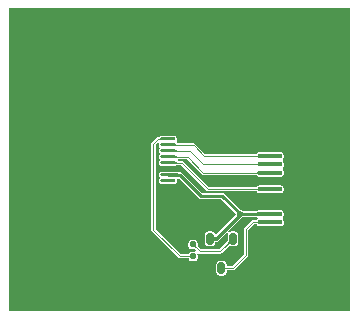
<source format=gtl>
G04*
G04 #@! TF.GenerationSoftware,Altium Limited,Altium Designer,20.0.13 (296)*
G04*
G04 Layer_Physical_Order=1*
G04 Layer_Color=255*
%FSLAX44Y44*%
%MOMM*%
G71*
G01*
G75*
%ADD10C,0.2540*%
G04:AMPARAMS|DCode=13|XSize=0.4mm|YSize=2.032mm|CornerRadius=0.1mm|HoleSize=0mm|Usage=FLASHONLY|Rotation=90.000|XOffset=0mm|YOffset=0mm|HoleType=Round|Shape=RoundedRectangle|*
%AMROUNDEDRECTD13*
21,1,0.4000,1.8320,0,0,90.0*
21,1,0.2000,2.0320,0,0,90.0*
1,1,0.2000,0.9160,0.1000*
1,1,0.2000,0.9160,-0.1000*
1,1,0.2000,-0.9160,-0.1000*
1,1,0.2000,-0.9160,0.1000*
%
%ADD13ROUNDEDRECTD13*%
G04:AMPARAMS|DCode=14|XSize=0.508mm|YSize=0.508mm|CornerRadius=0.127mm|HoleSize=0mm|Usage=FLASHONLY|Rotation=180.000|XOffset=0mm|YOffset=0mm|HoleType=Round|Shape=RoundedRectangle|*
%AMROUNDEDRECTD14*
21,1,0.5080,0.2540,0,0,180.0*
21,1,0.2540,0.5080,0,0,180.0*
1,1,0.2540,-0.1270,0.1270*
1,1,0.2540,0.1270,0.1270*
1,1,0.2540,0.1270,-0.1270*
1,1,0.2540,-0.1270,-0.1270*
%
%ADD14ROUNDEDRECTD14*%
G04:AMPARAMS|DCode=15|XSize=0.6mm|YSize=1mm|CornerRadius=0.15mm|HoleSize=0mm|Usage=FLASHONLY|Rotation=0.000|XOffset=0mm|YOffset=0mm|HoleType=Round|Shape=RoundedRectangle|*
%AMROUNDEDRECTD15*
21,1,0.6000,0.7000,0,0,0.0*
21,1,0.3000,1.0000,0,0,0.0*
1,1,0.3000,0.1500,-0.3500*
1,1,0.3000,-0.1500,-0.3500*
1,1,0.3000,-0.1500,0.3500*
1,1,0.3000,0.1500,0.3500*
%
%ADD15ROUNDEDRECTD15*%
G04:AMPARAMS|DCode=16|XSize=2.1844mm|YSize=1.8288mm|CornerRadius=0.4572mm|HoleSize=0mm|Usage=FLASHONLY|Rotation=0.000|XOffset=0mm|YOffset=0mm|HoleType=Round|Shape=RoundedRectangle|*
%AMROUNDEDRECTD16*
21,1,2.1844,0.9144,0,0,0.0*
21,1,1.2700,1.8288,0,0,0.0*
1,1,0.9144,0.6350,-0.4572*
1,1,0.9144,-0.6350,-0.4572*
1,1,0.9144,-0.6350,0.4572*
1,1,0.9144,0.6350,0.4572*
%
%ADD16ROUNDEDRECTD16*%
G04:AMPARAMS|DCode=17|XSize=1.27mm|YSize=0.254mm|CornerRadius=0.0635mm|HoleSize=0mm|Usage=FLASHONLY|Rotation=180.000|XOffset=0mm|YOffset=0mm|HoleType=Round|Shape=RoundedRectangle|*
%AMROUNDEDRECTD17*
21,1,1.2700,0.1270,0,0,180.0*
21,1,1.1430,0.2540,0,0,180.0*
1,1,0.1270,-0.5715,0.0635*
1,1,0.1270,0.5715,0.0635*
1,1,0.1270,0.5715,-0.0635*
1,1,0.1270,-0.5715,-0.0635*
%
%ADD17ROUNDEDRECTD17*%
%ADD23C,0.1016*%
G36*
X291288Y2590D02*
X2590D01*
Y259792D01*
X291288D01*
Y2590D01*
D02*
G37*
%LPC*%
G36*
X143383Y150887D02*
X131953D01*
X131210Y150739D01*
X130746Y150429D01*
X130644Y150401D01*
X130606Y150336D01*
X130580Y150318D01*
X130576Y150312D01*
X130513Y150286D01*
X130477Y150201D01*
X130425Y150196D01*
X130253Y150192D01*
X130095Y150123D01*
X129006D01*
X128312Y149985D01*
X127724Y149592D01*
X123940Y145808D01*
X123547Y145220D01*
X123409Y144526D01*
Y71882D01*
X123547Y71188D01*
X123940Y70600D01*
X146546Y47994D01*
X147134Y47601D01*
X147828Y47463D01*
X154998D01*
X155087Y47015D01*
X155649Y46175D01*
X156489Y45613D01*
X157480Y45416D01*
X160020D01*
X161011Y45613D01*
X161851Y46175D01*
X162413Y47015D01*
X162610Y48006D01*
Y50546D01*
X162443Y51383D01*
X162503Y51449D01*
X163564Y52058D01*
X164152Y51665D01*
X164846Y51527D01*
X181698D01*
X182392Y51665D01*
X182980Y52058D01*
X189221Y58299D01*
X189799Y57913D01*
X190880Y57698D01*
X193880D01*
X194961Y57913D01*
X195877Y58525D01*
X196489Y59441D01*
X196704Y60522D01*
Y67522D01*
X196489Y68603D01*
X195877Y69519D01*
X194961Y70131D01*
X193880Y70346D01*
X190880D01*
X189799Y70131D01*
X189488Y69923D01*
X189307Y69802D01*
X188497Y70789D01*
X198599Y80890D01*
X198721Y80936D01*
X199050Y81242D01*
X199349Y81482D01*
X199655Y81690D01*
X199970Y81868D01*
X200292Y82018D01*
X200627Y82141D01*
X200975Y82236D01*
X201339Y82306D01*
X201720Y82348D01*
X202169Y82364D01*
X202288Y82418D01*
X211245D01*
X211372Y82364D01*
X211764Y82357D01*
X212092Y82341D01*
X212717Y82274D01*
X212953Y82231D01*
X213173Y82179D01*
X213220Y82164D01*
X213459Y81612D01*
X213516Y81323D01*
X213516Y81282D01*
X213450Y80875D01*
X213416Y80768D01*
X213231Y80645D01*
X212730Y79894D01*
X212719Y79842D01*
X212673Y79821D01*
X209580D01*
X208886Y79683D01*
X208298Y79290D01*
X202426Y73418D01*
X202033Y72830D01*
X201895Y72136D01*
Y51297D01*
X191513Y40915D01*
X187204D01*
Y42602D01*
X186989Y43683D01*
X186377Y44599D01*
X185461Y45211D01*
X184380Y45426D01*
X181380D01*
X180299Y45211D01*
X179383Y44599D01*
X178771Y43683D01*
X178556Y42602D01*
Y35602D01*
X178771Y34521D01*
X179383Y33605D01*
X180299Y32993D01*
X181380Y32778D01*
X184380D01*
X185461Y32993D01*
X186377Y33605D01*
X186989Y34521D01*
X187204Y35602D01*
Y37289D01*
X192264D01*
X192958Y37427D01*
X193546Y37820D01*
X204990Y49264D01*
X205383Y49852D01*
X205521Y50546D01*
Y71385D01*
X210331Y76195D01*
X212673D01*
X212719Y76174D01*
X212730Y76122D01*
X213231Y75371D01*
X213982Y74870D01*
X214868Y74693D01*
X233188D01*
X234074Y74870D01*
X234825Y75371D01*
X235326Y76122D01*
X235502Y77008D01*
Y79008D01*
X235326Y79894D01*
X234825Y80645D01*
X234619Y80782D01*
Y82234D01*
X234825Y82371D01*
X235326Y83122D01*
X235502Y84008D01*
Y86008D01*
X235326Y86894D01*
X234825Y87645D01*
X234074Y88146D01*
X233188Y88322D01*
X214868D01*
X214569Y88263D01*
X214490Y88296D01*
X214263Y88202D01*
X213982Y88146D01*
X213951Y88126D01*
X213784Y88101D01*
X213634Y88011D01*
X213513Y87953D01*
X213359Y87894D01*
X213173Y87837D01*
X212953Y87785D01*
X212731Y87745D01*
X211738Y87658D01*
X211372Y87653D01*
X211245Y87598D01*
X202288D01*
X202169Y87652D01*
X201720Y87668D01*
X201339Y87710D01*
X200975Y87780D01*
X200627Y87876D01*
X200292Y87998D01*
X199970Y88148D01*
X199655Y88326D01*
X199349Y88534D01*
X199050Y88774D01*
X198721Y89080D01*
X198599Y89126D01*
X185563Y102161D01*
X184723Y102723D01*
X183732Y102920D01*
X166681D01*
X149459Y120141D01*
X148619Y120702D01*
X147628Y120900D01*
X146107D01*
X145976Y120955D01*
X143532Y120967D01*
X143471Y120969D01*
X143430Y120954D01*
X143383Y120974D01*
X143204Y120900D01*
X137668D01*
X137605Y120887D01*
X131953D01*
X131210Y120739D01*
X130580Y120318D01*
X130159Y119688D01*
X130011Y118945D01*
Y117675D01*
X130159Y116932D01*
X130580Y116301D01*
Y115318D01*
X130159Y114688D01*
X130011Y113945D01*
Y112675D01*
X130159Y111932D01*
X130580Y111301D01*
X131210Y110880D01*
X131953Y110733D01*
X143383D01*
X144126Y110880D01*
X144756Y111301D01*
X145177Y111932D01*
X145325Y112675D01*
Y113945D01*
X146161Y115119D01*
X146900Y115254D01*
X147060Y115216D01*
X163777Y98499D01*
X164617Y97937D01*
X165608Y97740D01*
X182659D01*
X194399Y86000D01*
X194440Y85885D01*
X194707Y85588D01*
X194852Y85380D01*
X194934Y85218D01*
X194969Y85099D01*
X194978Y85008D01*
X194969Y84917D01*
X194934Y84798D01*
X194852Y84636D01*
X194707Y84428D01*
X194440Y84132D01*
X194399Y84016D01*
X178818Y68434D01*
X178208Y68512D01*
X177369Y68782D01*
X176877Y69519D01*
X175961Y70131D01*
X174880Y70346D01*
X171880D01*
X170799Y70131D01*
X169883Y69519D01*
X169271Y68603D01*
X169056Y67522D01*
Y60522D01*
X169271Y59441D01*
X169883Y58525D01*
X170799Y57913D01*
X171880Y57698D01*
X174880D01*
X175961Y57913D01*
X176877Y58525D01*
X177489Y59441D01*
X177704Y60522D01*
Y61366D01*
X177806Y61374D01*
X178086Y61377D01*
X178339Y61486D01*
X179059Y61629D01*
X179899Y62191D01*
X187613Y69905D01*
X188600Y69095D01*
X188479Y68914D01*
X188271Y68603D01*
X188056Y67522D01*
Y62504D01*
X188048Y62491D01*
X188045Y62463D01*
X188038Y62444D01*
X188038Y62435D01*
X188029Y62417D01*
X187999Y62365D01*
X187963Y62311D01*
X187785Y62094D01*
X187670Y61974D01*
X187669Y61972D01*
X187667Y61971D01*
X187605Y61811D01*
X180947Y55153D01*
X165597D01*
X162965Y57785D01*
X162901Y57947D01*
X162734Y58120D01*
X162618Y58251D01*
X162610Y58262D01*
Y58295D01*
X162628Y58339D01*
X162610Y58383D01*
Y58538D01*
X162612Y58548D01*
X162610Y58551D01*
Y60706D01*
X162413Y61697D01*
X161851Y62537D01*
X161011Y63099D01*
X160020Y63296D01*
X157480D01*
X156489Y63099D01*
X155649Y62537D01*
X155087Y61697D01*
X154890Y60706D01*
Y58166D01*
X155087Y57175D01*
X155649Y56335D01*
X156489Y55773D01*
X157480Y55576D01*
X159635D01*
X159638Y55574D01*
X159648Y55576D01*
X159803D01*
X159847Y55558D01*
X159891Y55576D01*
X159916D01*
X160079Y55440D01*
X160239Y55285D01*
X160401Y55221D01*
X161124Y54499D01*
X161085Y54219D01*
X160020Y53136D01*
X157480D01*
X156489Y52939D01*
X155649Y52377D01*
X155087Y51537D01*
X154998Y51089D01*
X148579D01*
X127035Y72633D01*
Y143775D01*
X128669Y145409D01*
X129847Y145364D01*
X129858Y145349D01*
X130127Y144765D01*
X130159Y144688D01*
X130011Y143945D01*
Y142675D01*
X130159Y141931D01*
X130580Y141301D01*
Y140318D01*
X130159Y139688D01*
X130011Y138945D01*
Y137675D01*
X130159Y136932D01*
X130580Y136301D01*
Y135318D01*
X130159Y134688D01*
X130011Y133945D01*
Y132675D01*
X130159Y131932D01*
X130580Y131301D01*
Y130318D01*
X130159Y129688D01*
X130011Y128945D01*
Y127675D01*
X130159Y126932D01*
X130580Y126301D01*
X131210Y125880D01*
X131953Y125732D01*
X143383D01*
X144126Y125880D01*
X144590Y126190D01*
X144692Y126218D01*
X144730Y126284D01*
X144756Y126301D01*
X144760Y126307D01*
X144823Y126334D01*
X144859Y126418D01*
X144911Y126424D01*
X145083Y126427D01*
X145241Y126497D01*
X148561D01*
X170332Y104726D01*
X170920Y104333D01*
X171614Y104195D01*
X212673D01*
X212719Y104174D01*
X212730Y104122D01*
X213231Y103371D01*
X213982Y102870D01*
X214868Y102694D01*
X233188D01*
X234074Y102870D01*
X234825Y103371D01*
X235326Y104122D01*
X235502Y105008D01*
Y107008D01*
X235326Y107894D01*
X234825Y108645D01*
X234074Y109146D01*
X233188Y109323D01*
X214868D01*
X213982Y109146D01*
X213231Y108645D01*
X212730Y107894D01*
X212719Y107842D01*
X212673Y107821D01*
X172365D01*
X150594Y129592D01*
X150006Y129985D01*
X149312Y130123D01*
X146538D01*
X146164Y131119D01*
X146460Y131497D01*
X153467D01*
X166238Y118726D01*
X166826Y118333D01*
X167520Y118195D01*
X212673D01*
X212719Y118174D01*
X212730Y118122D01*
X213231Y117371D01*
X213982Y116870D01*
X214868Y116693D01*
X233188D01*
X234074Y116870D01*
X234825Y117371D01*
X235326Y118122D01*
X235502Y119008D01*
Y121008D01*
X235326Y121894D01*
X234825Y122645D01*
X234619Y122782D01*
Y124234D01*
X234825Y124371D01*
X235326Y125122D01*
X235502Y126008D01*
Y128008D01*
X235326Y128894D01*
X234825Y129645D01*
X234619Y129782D01*
Y131234D01*
X234825Y131371D01*
X235326Y132122D01*
X235502Y133008D01*
Y135008D01*
X235326Y135894D01*
X234825Y136645D01*
X234074Y137146D01*
X233188Y137323D01*
X214868D01*
X213982Y137146D01*
X213231Y136645D01*
X212730Y135894D01*
X212719Y135842D01*
X212673Y135821D01*
X169257D01*
X160486Y144592D01*
X159898Y144985D01*
X159204Y145123D01*
X145363D01*
X144890Y146247D01*
X144982Y146639D01*
X145177Y146931D01*
X145325Y147675D01*
Y148945D01*
X145177Y149688D01*
X144756Y150318D01*
X144126Y150739D01*
X143383Y150887D01*
D02*
G37*
%LPD*%
G36*
X131485Y147305D02*
X131473Y147400D01*
X131437Y147484D01*
X131376Y147559D01*
X131292Y147623D01*
X131184Y147678D01*
X131052Y147722D01*
X130896Y147757D01*
X130715Y147782D01*
X130511Y147797D01*
X130283Y147802D01*
Y148818D01*
X130511Y148823D01*
X130896Y148862D01*
X131052Y148897D01*
X131184Y148942D01*
X131292Y148996D01*
X131376Y149061D01*
X131437Y149136D01*
X131473Y149220D01*
X131485Y149314D01*
Y147305D01*
D02*
G37*
G36*
X143863Y144220D02*
X143899Y144136D01*
X143960Y144061D01*
X144044Y143996D01*
X144152Y143942D01*
X144284Y143897D01*
X144440Y143862D01*
X144621Y143838D01*
X144825Y143823D01*
X145053Y143818D01*
Y142802D01*
X144825Y142797D01*
X144440Y142757D01*
X144284Y142722D01*
X144152Y142678D01*
X144044Y142623D01*
X143960Y142559D01*
X143899Y142484D01*
X143863Y142400D01*
X143851Y142305D01*
Y144314D01*
X143863Y144220D01*
D02*
G37*
G36*
Y139220D02*
X143899Y139136D01*
X143960Y139061D01*
X144044Y138996D01*
X144152Y138942D01*
X144284Y138897D01*
X144440Y138862D01*
X144621Y138838D01*
X144825Y138823D01*
X145053Y138818D01*
Y137802D01*
X144825Y137797D01*
X144440Y137757D01*
X144284Y137722D01*
X144152Y137678D01*
X144044Y137623D01*
X143960Y137559D01*
X143899Y137484D01*
X143863Y137400D01*
X143851Y137305D01*
Y139314D01*
X143863Y139220D01*
D02*
G37*
G36*
X213913Y132998D02*
X213902Y133093D01*
X213871Y133179D01*
X213818Y133254D01*
X213745Y133319D01*
X213650Y133375D01*
X213535Y133420D01*
X213398Y133455D01*
X213241Y133480D01*
X213063Y133495D01*
X212864Y133500D01*
Y134516D01*
X213063Y134521D01*
X213241Y134536D01*
X213398Y134561D01*
X213535Y134596D01*
X213650Y134642D01*
X213745Y134697D01*
X213818Y134762D01*
X213871Y134837D01*
X213902Y134923D01*
X213913Y135018D01*
Y132998D01*
D02*
G37*
G36*
X143863Y134220D02*
X143899Y134136D01*
X143960Y134061D01*
X144044Y133996D01*
X144152Y133942D01*
X144284Y133897D01*
X144440Y133862D01*
X144621Y133838D01*
X144825Y133823D01*
X145053Y133818D01*
Y132802D01*
X144825Y132797D01*
X144440Y132757D01*
X144284Y132722D01*
X144152Y132678D01*
X144044Y132623D01*
X143960Y132559D01*
X143899Y132484D01*
X143863Y132400D01*
X143851Y132305D01*
Y134314D01*
X143863Y134220D01*
D02*
G37*
G36*
Y129220D02*
X143899Y129136D01*
X143960Y129061D01*
X144044Y128996D01*
X144152Y128942D01*
X144284Y128897D01*
X144440Y128862D01*
X144621Y128838D01*
X144825Y128823D01*
X145053Y128818D01*
Y127802D01*
X144825Y127797D01*
X144440Y127757D01*
X144284Y127722D01*
X144152Y127678D01*
X144044Y127623D01*
X143960Y127559D01*
X143899Y127484D01*
X143863Y127400D01*
X143851Y127305D01*
Y129314D01*
X143863Y129220D01*
D02*
G37*
G36*
X213913Y125998D02*
X213902Y126093D01*
X213871Y126179D01*
X213818Y126254D01*
X213745Y126319D01*
X213650Y126375D01*
X213535Y126420D01*
X213398Y126455D01*
X213241Y126480D01*
X213063Y126495D01*
X212864Y126500D01*
Y127516D01*
X213063Y127521D01*
X213241Y127536D01*
X213398Y127561D01*
X213535Y127596D01*
X213650Y127641D01*
X213745Y127697D01*
X213818Y127762D01*
X213871Y127837D01*
X213902Y127923D01*
X213913Y128018D01*
Y125998D01*
D02*
G37*
G36*
Y118998D02*
X213902Y119093D01*
X213871Y119179D01*
X213818Y119254D01*
X213745Y119319D01*
X213650Y119375D01*
X213535Y119420D01*
X213398Y119455D01*
X213241Y119480D01*
X213063Y119495D01*
X212864Y119500D01*
Y120516D01*
X213063Y120521D01*
X213241Y120536D01*
X213398Y120561D01*
X213535Y120596D01*
X213650Y120641D01*
X213745Y120697D01*
X213818Y120762D01*
X213871Y120837D01*
X213902Y120923D01*
X213913Y121018D01*
Y118998D01*
D02*
G37*
G36*
X143417Y119595D02*
X143501Y119592D01*
X145970Y119580D01*
Y117040D01*
X143383Y117021D01*
Y119599D01*
X143417Y119595D01*
D02*
G37*
G36*
X213913Y104998D02*
X213902Y105093D01*
X213871Y105179D01*
X213818Y105254D01*
X213745Y105319D01*
X213650Y105374D01*
X213535Y105420D01*
X213398Y105455D01*
X213241Y105480D01*
X213063Y105495D01*
X212864Y105500D01*
Y106516D01*
X213063Y106521D01*
X213241Y106536D01*
X213398Y106561D01*
X213535Y106596D01*
X213650Y106642D01*
X213745Y106697D01*
X213818Y106762D01*
X213871Y106837D01*
X213902Y106923D01*
X213913Y107018D01*
Y104998D01*
D02*
G37*
G36*
X214490Y83095D02*
X214286Y83217D01*
X214058Y83326D01*
X213807Y83423D01*
X213532Y83506D01*
X213234Y83577D01*
X212913Y83635D01*
X212200Y83712D01*
X211808Y83732D01*
X211393Y83738D01*
Y86278D01*
X211808Y86284D01*
X212913Y86381D01*
X213234Y86439D01*
X213532Y86510D01*
X213807Y86593D01*
X214058Y86690D01*
X214286Y86799D01*
X214490Y86921D01*
Y83095D01*
D02*
G37*
G36*
X198151Y87733D02*
X198532Y87428D01*
X198929Y87158D01*
X199340Y86925D01*
X199766Y86727D01*
X200207Y86565D01*
X200663Y86440D01*
X201134Y86350D01*
X201619Y86296D01*
X202120Y86278D01*
Y83738D01*
X201619Y83720D01*
X201134Y83666D01*
X200663Y83576D01*
X200207Y83451D01*
X199766Y83289D01*
X199340Y83091D01*
X198929Y82858D01*
X198532Y82589D01*
X198151Y82283D01*
X197784Y81942D01*
X195462Y83212D01*
X195785Y83571D01*
X196037Y83930D01*
X196216Y84290D01*
X196324Y84649D01*
X196360Y85008D01*
X196324Y85367D01*
X196216Y85726D01*
X196037Y86086D01*
X195785Y86445D01*
X195462Y86804D01*
X197784Y88074D01*
X198151Y87733D01*
D02*
G37*
G36*
X213913Y76998D02*
X213902Y77093D01*
X213871Y77179D01*
X213818Y77254D01*
X213745Y77319D01*
X213650Y77375D01*
X213535Y77420D01*
X213398Y77455D01*
X213241Y77480D01*
X213063Y77495D01*
X212864Y77500D01*
Y78516D01*
X213063Y78521D01*
X213241Y78536D01*
X213398Y78561D01*
X213535Y78596D01*
X213650Y78642D01*
X213745Y78697D01*
X213818Y78762D01*
X213871Y78837D01*
X213902Y78923D01*
X213913Y79018D01*
Y76998D01*
D02*
G37*
G36*
X176365Y65632D02*
X176417Y65561D01*
X176503Y65498D01*
X176623Y65443D01*
X176778Y65397D01*
X176967Y65359D01*
X177191Y65330D01*
X177741Y65296D01*
X178068Y65292D01*
Y62752D01*
X177741Y62748D01*
X176967Y62685D01*
X176778Y62647D01*
X176623Y62601D01*
X176503Y62546D01*
X176417Y62483D01*
X176365Y62412D01*
X176348Y62332D01*
Y65712D01*
X176365Y65632D01*
D02*
G37*
G36*
X189620Y59817D02*
X189602Y59936D01*
X189566Y60025D01*
X189515Y60083D01*
X189447Y60109D01*
X189363Y60105D01*
X189263Y60071D01*
X189147Y60005D01*
X189014Y59908D01*
X188865Y59781D01*
X188699Y59623D01*
X188663Y61024D01*
X188815Y61182D01*
X189066Y61489D01*
X189167Y61637D01*
X189250Y61782D01*
X189317Y61925D01*
X189366Y62063D01*
X189398Y62199D01*
X189414Y62331D01*
X189412Y62461D01*
X189620Y59817D01*
D02*
G37*
G36*
X161198Y58264D02*
X161170Y58175D01*
X161168Y58073D01*
X161194Y57958D01*
X161246Y57831D01*
X161325Y57689D01*
X161432Y57535D01*
X161565Y57367D01*
X161725Y57187D01*
X161912Y56993D01*
X161193Y56274D01*
X160999Y56461D01*
X160651Y56754D01*
X160497Y56861D01*
X160355Y56940D01*
X160228Y56992D01*
X160113Y57018D01*
X160011Y57016D01*
X159922Y56988D01*
X159847Y56933D01*
X161253Y58339D01*
X161198Y58264D01*
D02*
G37*
G36*
X156247Y48260D02*
X156236Y48356D01*
X156205Y48443D01*
X156152Y48519D01*
X156079Y48585D01*
X155985Y48641D01*
X155870Y48687D01*
X155734Y48722D01*
X155577Y48748D01*
X155399Y48763D01*
X155200Y48768D01*
Y49784D01*
X155399Y49789D01*
X155577Y49804D01*
X155734Y49830D01*
X155870Y49865D01*
X155985Y49911D01*
X156079Y49967D01*
X156152Y50033D01*
X156205Y50109D01*
X156236Y50195D01*
X156247Y50292D01*
Y48260D01*
D02*
G37*
G36*
X185858Y40022D02*
X185890Y39935D01*
X185942Y39859D01*
X186015Y39793D01*
X186109Y39737D01*
X186224Y39691D01*
X186361Y39656D01*
X186518Y39630D01*
X186695Y39615D01*
X186894Y39610D01*
Y38594D01*
X186695Y38589D01*
X186518Y38574D01*
X186361Y38548D01*
X186224Y38513D01*
X186109Y38467D01*
X186015Y38411D01*
X185942Y38345D01*
X185890Y38269D01*
X185858Y38182D01*
X185848Y38086D01*
Y40118D01*
X185858Y40022D01*
D02*
G37*
D10*
X183732Y100330D02*
X199054Y85008D01*
X165608Y100330D02*
X183732D01*
X147628Y118310D02*
X165608Y100330D01*
X137668Y118310D02*
X147628D01*
X173380Y64022D02*
X178068D01*
X199054Y85008D01*
X224028D01*
D13*
Y64008D02*
D03*
Y85008D02*
D03*
Y106008D02*
D03*
Y127008D02*
D03*
Y78008D02*
D03*
Y71008D02*
D03*
Y99008D02*
D03*
Y92008D02*
D03*
Y113008D02*
D03*
Y120008D02*
D03*
Y134008D02*
D03*
Y141008D02*
D03*
D14*
X158750Y59436D02*
D03*
Y49276D02*
D03*
D15*
X182880Y39102D02*
D03*
X173380Y64022D02*
D03*
X192380D02*
D03*
D16*
X169164Y177960D02*
D03*
Y83660D02*
D03*
D17*
X137668Y148310D02*
D03*
Y143310D02*
D03*
Y138310D02*
D03*
Y133310D02*
D03*
Y128310D02*
D03*
Y123310D02*
D03*
Y118310D02*
D03*
Y113310D02*
D03*
D23*
X209580Y78008D02*
X224028D01*
X203708Y72136D02*
X209580Y78008D01*
X203708Y50546D02*
Y72136D01*
X192264Y39102D02*
X203708Y50546D01*
X182880Y39102D02*
X192264D01*
X129006Y148310D02*
X137668D01*
X125222Y144526D02*
X129006Y148310D01*
X125222Y71882D02*
Y144526D01*
Y71882D02*
X147828Y49276D01*
X158750D01*
X181698Y53340D02*
X192380Y64022D01*
X164846Y53340D02*
X181698D01*
X158750Y59436D02*
X164846Y53340D01*
X171614Y106008D02*
X224028D01*
X149312Y128310D02*
X171614Y106008D01*
X137668Y128310D02*
X149312D01*
X167520Y120008D02*
X224028D01*
X154218Y133310D02*
X167520Y120008D01*
X137668Y133310D02*
X154218D01*
X167632Y127008D02*
X224028D01*
X156330Y138310D02*
X167632Y127008D01*
X137668Y138310D02*
X156330D01*
X168506Y134008D02*
X224028D01*
X159204Y143310D02*
X168506Y134008D01*
X137668Y143310D02*
X159204D01*
M02*

</source>
